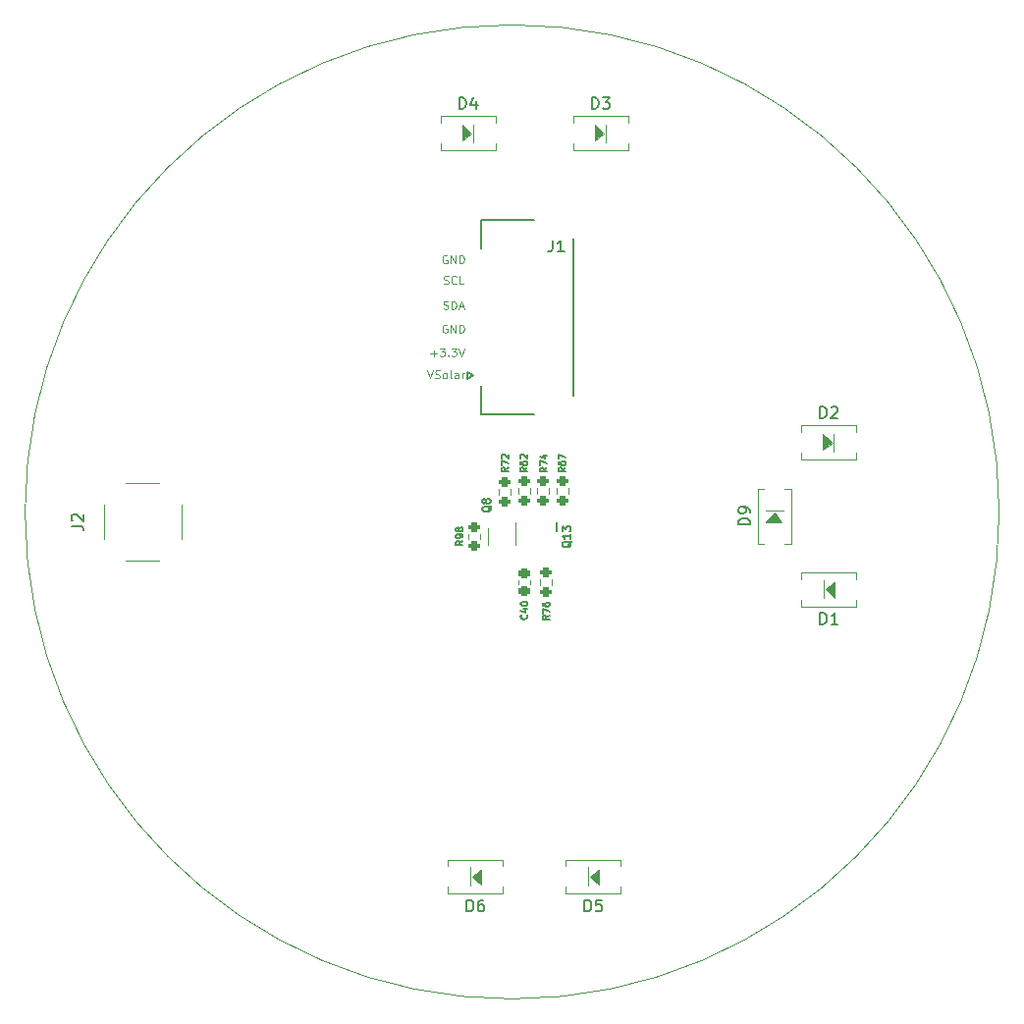
<source format=gto>
%TF.GenerationSoftware,KiCad,Pcbnew,(6.0.5)*%
%TF.CreationDate,2022-07-09T16:09:43-07:00*%
%TF.ProjectId,solar-panel-side-Z-minus,736f6c61-722d-4706-916e-656c2d736964,rev?*%
%TF.SameCoordinates,Original*%
%TF.FileFunction,Legend,Top*%
%TF.FilePolarity,Positive*%
%FSLAX46Y46*%
G04 Gerber Fmt 4.6, Leading zero omitted, Abs format (unit mm)*
G04 Created by KiCad (PCBNEW (6.0.5)) date 2022-07-09 16:09:43*
%MOMM*%
%LPD*%
G01*
G04 APERTURE LIST*
G04 Aperture macros list*
%AMRoundRect*
0 Rectangle with rounded corners*
0 $1 Rounding radius*
0 $2 $3 $4 $5 $6 $7 $8 $9 X,Y pos of 4 corners*
0 Add a 4 corners polygon primitive as box body*
4,1,4,$2,$3,$4,$5,$6,$7,$8,$9,$2,$3,0*
0 Add four circle primitives for the rounded corners*
1,1,$1+$1,$2,$3*
1,1,$1+$1,$4,$5*
1,1,$1+$1,$6,$7*
1,1,$1+$1,$8,$9*
0 Add four rect primitives between the rounded corners*
20,1,$1+$1,$2,$3,$4,$5,0*
20,1,$1+$1,$4,$5,$6,$7,0*
20,1,$1+$1,$6,$7,$8,$9,0*
20,1,$1+$1,$8,$9,$2,$3,0*%
G04 Aperture macros list end*
%ADD10C,0.120000*%
%ADD11C,0.100000*%
%ADD12C,0.150000*%
%ADD13C,0.127000*%
%ADD14C,0.200000*%
%ADD15C,0.010000*%
%ADD16R,2.500000X1.700000*%
%ADD17R,1.700000X2.500000*%
%ADD18C,2.050000*%
%ADD19C,2.250000*%
%ADD20C,2.600000*%
%ADD21C,3.800000*%
%ADD22RoundRect,0.200000X0.275000X-0.200000X0.275000X0.200000X-0.275000X0.200000X-0.275000X-0.200000X0*%
%ADD23RoundRect,0.200000X-0.275000X0.200000X-0.275000X-0.200000X0.275000X-0.200000X0.275000X0.200000X0*%
%ADD24R,0.400000X0.600000*%
%ADD25RoundRect,0.225000X-0.250000X0.225000X-0.250000X-0.225000X0.250000X-0.225000X0.250000X0.225000X0*%
%ADD26R,0.400000X0.650000*%
%ADD27C,3.000000*%
G04 APERTURE END LIST*
D10*
X189950000Y-94894000D02*
G75*
G03*
X189950000Y-94894000I-42000000J0D01*
G01*
D11*
X142341666Y-72802000D02*
X142275000Y-72768666D01*
X142175000Y-72768666D01*
X142075000Y-72802000D01*
X142008333Y-72868666D01*
X141975000Y-72935333D01*
X141941666Y-73068666D01*
X141941666Y-73168666D01*
X141975000Y-73302000D01*
X142008333Y-73368666D01*
X142075000Y-73435333D01*
X142175000Y-73468666D01*
X142241666Y-73468666D01*
X142341666Y-73435333D01*
X142375000Y-73402000D01*
X142375000Y-73168666D01*
X142241666Y-73168666D01*
X142675000Y-73468666D02*
X142675000Y-72768666D01*
X143075000Y-73468666D01*
X143075000Y-72768666D01*
X143408333Y-73468666D02*
X143408333Y-72768666D01*
X143575000Y-72768666D01*
X143675000Y-72802000D01*
X143741666Y-72868666D01*
X143775000Y-72935333D01*
X143808333Y-73068666D01*
X143808333Y-73168666D01*
X143775000Y-73302000D01*
X143741666Y-73368666D01*
X143675000Y-73435333D01*
X143575000Y-73468666D01*
X143408333Y-73468666D01*
X142041666Y-75213333D02*
X142141666Y-75246666D01*
X142308333Y-75246666D01*
X142375000Y-75213333D01*
X142408333Y-75180000D01*
X142441666Y-75113333D01*
X142441666Y-75046666D01*
X142408333Y-74980000D01*
X142375000Y-74946666D01*
X142308333Y-74913333D01*
X142175000Y-74880000D01*
X142108333Y-74846666D01*
X142075000Y-74813333D01*
X142041666Y-74746666D01*
X142041666Y-74680000D01*
X142075000Y-74613333D01*
X142108333Y-74580000D01*
X142175000Y-74546666D01*
X142341666Y-74546666D01*
X142441666Y-74580000D01*
X143141666Y-75180000D02*
X143108333Y-75213333D01*
X143008333Y-75246666D01*
X142941666Y-75246666D01*
X142841666Y-75213333D01*
X142775000Y-75146666D01*
X142741666Y-75080000D01*
X142708333Y-74946666D01*
X142708333Y-74846666D01*
X142741666Y-74713333D01*
X142775000Y-74646666D01*
X142841666Y-74580000D01*
X142941666Y-74546666D01*
X143008333Y-74546666D01*
X143108333Y-74580000D01*
X143141666Y-74613333D01*
X143775000Y-75246666D02*
X143441666Y-75246666D01*
X143441666Y-74546666D01*
X142025000Y-77372333D02*
X142125000Y-77405666D01*
X142291666Y-77405666D01*
X142358333Y-77372333D01*
X142391666Y-77339000D01*
X142425000Y-77272333D01*
X142425000Y-77205666D01*
X142391666Y-77139000D01*
X142358333Y-77105666D01*
X142291666Y-77072333D01*
X142158333Y-77039000D01*
X142091666Y-77005666D01*
X142058333Y-76972333D01*
X142025000Y-76905666D01*
X142025000Y-76839000D01*
X142058333Y-76772333D01*
X142091666Y-76739000D01*
X142158333Y-76705666D01*
X142325000Y-76705666D01*
X142425000Y-76739000D01*
X142725000Y-77405666D02*
X142725000Y-76705666D01*
X142891666Y-76705666D01*
X142991666Y-76739000D01*
X143058333Y-76805666D01*
X143091666Y-76872333D01*
X143125000Y-77005666D01*
X143125000Y-77105666D01*
X143091666Y-77239000D01*
X143058333Y-77305666D01*
X142991666Y-77372333D01*
X142891666Y-77405666D01*
X142725000Y-77405666D01*
X143391666Y-77205666D02*
X143725000Y-77205666D01*
X143325000Y-77405666D02*
X143558333Y-76705666D01*
X143791666Y-77405666D01*
X142341666Y-78771000D02*
X142275000Y-78737666D01*
X142175000Y-78737666D01*
X142075000Y-78771000D01*
X142008333Y-78837666D01*
X141975000Y-78904333D01*
X141941666Y-79037666D01*
X141941666Y-79137666D01*
X141975000Y-79271000D01*
X142008333Y-79337666D01*
X142075000Y-79404333D01*
X142175000Y-79437666D01*
X142241666Y-79437666D01*
X142341666Y-79404333D01*
X142375000Y-79371000D01*
X142375000Y-79137666D01*
X142241666Y-79137666D01*
X142675000Y-79437666D02*
X142675000Y-78737666D01*
X143075000Y-79437666D01*
X143075000Y-78737666D01*
X143408333Y-79437666D02*
X143408333Y-78737666D01*
X143575000Y-78737666D01*
X143675000Y-78771000D01*
X143741666Y-78837666D01*
X143775000Y-78904333D01*
X143808333Y-79037666D01*
X143808333Y-79137666D01*
X143775000Y-79271000D01*
X143741666Y-79337666D01*
X143675000Y-79404333D01*
X143575000Y-79437666D01*
X143408333Y-79437666D01*
X140640000Y-82674666D02*
X140873333Y-83374666D01*
X141106666Y-82674666D01*
X141306666Y-83341333D02*
X141406666Y-83374666D01*
X141573333Y-83374666D01*
X141640000Y-83341333D01*
X141673333Y-83308000D01*
X141706666Y-83241333D01*
X141706666Y-83174666D01*
X141673333Y-83108000D01*
X141640000Y-83074666D01*
X141573333Y-83041333D01*
X141440000Y-83008000D01*
X141373333Y-82974666D01*
X141340000Y-82941333D01*
X141306666Y-82874666D01*
X141306666Y-82808000D01*
X141340000Y-82741333D01*
X141373333Y-82708000D01*
X141440000Y-82674666D01*
X141606666Y-82674666D01*
X141706666Y-82708000D01*
X142106666Y-83374666D02*
X142040000Y-83341333D01*
X142006666Y-83308000D01*
X141973333Y-83241333D01*
X141973333Y-83041333D01*
X142006666Y-82974666D01*
X142040000Y-82941333D01*
X142106666Y-82908000D01*
X142206666Y-82908000D01*
X142273333Y-82941333D01*
X142306666Y-82974666D01*
X142340000Y-83041333D01*
X142340000Y-83241333D01*
X142306666Y-83308000D01*
X142273333Y-83341333D01*
X142206666Y-83374666D01*
X142106666Y-83374666D01*
X142740000Y-83374666D02*
X142673333Y-83341333D01*
X142640000Y-83274666D01*
X142640000Y-82674666D01*
X143306666Y-83374666D02*
X143306666Y-83008000D01*
X143273333Y-82941333D01*
X143206666Y-82908000D01*
X143073333Y-82908000D01*
X143006666Y-82941333D01*
X143306666Y-83341333D02*
X143240000Y-83374666D01*
X143073333Y-83374666D01*
X143006666Y-83341333D01*
X142973333Y-83274666D01*
X142973333Y-83208000D01*
X143006666Y-83141333D01*
X143073333Y-83108000D01*
X143240000Y-83108000D01*
X143306666Y-83074666D01*
X143640000Y-83374666D02*
X143640000Y-82908000D01*
X143640000Y-83041333D02*
X143673333Y-82974666D01*
X143706666Y-82941333D01*
X143773333Y-82908000D01*
X143840000Y-82908000D01*
X140903500Y-81203000D02*
X141436833Y-81203000D01*
X141170166Y-81469666D02*
X141170166Y-80936333D01*
X141703500Y-80769666D02*
X142136833Y-80769666D01*
X141903500Y-81036333D01*
X142003500Y-81036333D01*
X142070166Y-81069666D01*
X142103500Y-81103000D01*
X142136833Y-81169666D01*
X142136833Y-81336333D01*
X142103500Y-81403000D01*
X142070166Y-81436333D01*
X142003500Y-81469666D01*
X141803500Y-81469666D01*
X141736833Y-81436333D01*
X141703500Y-81403000D01*
X142436833Y-81403000D02*
X142470166Y-81436333D01*
X142436833Y-81469666D01*
X142403500Y-81436333D01*
X142436833Y-81403000D01*
X142436833Y-81469666D01*
X142703500Y-80769666D02*
X143136833Y-80769666D01*
X142903500Y-81036333D01*
X143003500Y-81036333D01*
X143070166Y-81069666D01*
X143103500Y-81103000D01*
X143136833Y-81169666D01*
X143136833Y-81336333D01*
X143103500Y-81403000D01*
X143070166Y-81436333D01*
X143003500Y-81469666D01*
X142803500Y-81469666D01*
X142736833Y-81436333D01*
X142703500Y-81403000D01*
X143336833Y-80769666D02*
X143570166Y-81469666D01*
X143803500Y-80769666D01*
D12*
X151431666Y-71461380D02*
X151431666Y-72175666D01*
X151384047Y-72318523D01*
X151288809Y-72413761D01*
X151145952Y-72461380D01*
X151050714Y-72461380D01*
X152431666Y-72461380D02*
X151860238Y-72461380D01*
X152145952Y-72461380D02*
X152145952Y-71461380D01*
X152050714Y-71604238D01*
X151955476Y-71699476D01*
X151860238Y-71747095D01*
X174521904Y-104592380D02*
X174521904Y-103592380D01*
X174760000Y-103592380D01*
X174902857Y-103640000D01*
X174998095Y-103735238D01*
X175045714Y-103830476D01*
X175093333Y-104020952D01*
X175093333Y-104163809D01*
X175045714Y-104354285D01*
X174998095Y-104449523D01*
X174902857Y-104544761D01*
X174760000Y-104592380D01*
X174521904Y-104592380D01*
X176045714Y-104592380D02*
X175474285Y-104592380D01*
X175760000Y-104592380D02*
X175760000Y-103592380D01*
X175664761Y-103735238D01*
X175569523Y-103830476D01*
X175474285Y-103878095D01*
X154836904Y-60142380D02*
X154836904Y-59142380D01*
X155075000Y-59142380D01*
X155217857Y-59190000D01*
X155313095Y-59285238D01*
X155360714Y-59380476D01*
X155408333Y-59570952D01*
X155408333Y-59713809D01*
X155360714Y-59904285D01*
X155313095Y-59999523D01*
X155217857Y-60094761D01*
X155075000Y-60142380D01*
X154836904Y-60142380D01*
X155741666Y-59142380D02*
X156360714Y-59142380D01*
X156027380Y-59523333D01*
X156170238Y-59523333D01*
X156265476Y-59570952D01*
X156313095Y-59618571D01*
X156360714Y-59713809D01*
X156360714Y-59951904D01*
X156313095Y-60047142D01*
X156265476Y-60094761D01*
X156170238Y-60142380D01*
X155884523Y-60142380D01*
X155789285Y-60094761D01*
X155741666Y-60047142D01*
X168473380Y-95988095D02*
X167473380Y-95988095D01*
X167473380Y-95750000D01*
X167521000Y-95607142D01*
X167616238Y-95511904D01*
X167711476Y-95464285D01*
X167901952Y-95416666D01*
X168044809Y-95416666D01*
X168235285Y-95464285D01*
X168330523Y-95511904D01*
X168425761Y-95607142D01*
X168473380Y-95750000D01*
X168473380Y-95988095D01*
X168473380Y-94940476D02*
X168473380Y-94750000D01*
X168425761Y-94654761D01*
X168378142Y-94607142D01*
X168235285Y-94511904D01*
X168044809Y-94464285D01*
X167663857Y-94464285D01*
X167568619Y-94511904D01*
X167521000Y-94559523D01*
X167473380Y-94654761D01*
X167473380Y-94845238D01*
X167521000Y-94940476D01*
X167568619Y-94988095D01*
X167663857Y-95035714D01*
X167901952Y-95035714D01*
X167997190Y-94988095D01*
X168044809Y-94940476D01*
X168092428Y-94845238D01*
X168092428Y-94654761D01*
X168044809Y-94559523D01*
X167997190Y-94511904D01*
X167901952Y-94464285D01*
X109942380Y-96091333D02*
X110656666Y-96091333D01*
X110799523Y-96138952D01*
X110894761Y-96234190D01*
X110942380Y-96377047D01*
X110942380Y-96472285D01*
X110037619Y-95662761D02*
X109990000Y-95615142D01*
X109942380Y-95519904D01*
X109942380Y-95281809D01*
X109990000Y-95186571D01*
X110037619Y-95138952D01*
X110132857Y-95091333D01*
X110228095Y-95091333D01*
X110370952Y-95138952D01*
X110942380Y-95710380D01*
X110942380Y-95091333D01*
X144041904Y-129357380D02*
X144041904Y-128357380D01*
X144280000Y-128357380D01*
X144422857Y-128405000D01*
X144518095Y-128500238D01*
X144565714Y-128595476D01*
X144613333Y-128785952D01*
X144613333Y-128928809D01*
X144565714Y-129119285D01*
X144518095Y-129214523D01*
X144422857Y-129309761D01*
X144280000Y-129357380D01*
X144041904Y-129357380D01*
X145470476Y-128357380D02*
X145280000Y-128357380D01*
X145184761Y-128405000D01*
X145137142Y-128452619D01*
X145041904Y-128595476D01*
X144994285Y-128785952D01*
X144994285Y-129166904D01*
X145041904Y-129262142D01*
X145089523Y-129309761D01*
X145184761Y-129357380D01*
X145375238Y-129357380D01*
X145470476Y-129309761D01*
X145518095Y-129262142D01*
X145565714Y-129166904D01*
X145565714Y-128928809D01*
X145518095Y-128833571D01*
X145470476Y-128785952D01*
X145375238Y-128738333D01*
X145184761Y-128738333D01*
X145089523Y-128785952D01*
X145041904Y-128833571D01*
X144994285Y-128928809D01*
X174521904Y-86812380D02*
X174521904Y-85812380D01*
X174760000Y-85812380D01*
X174902857Y-85860000D01*
X174998095Y-85955238D01*
X175045714Y-86050476D01*
X175093333Y-86240952D01*
X175093333Y-86383809D01*
X175045714Y-86574285D01*
X174998095Y-86669523D01*
X174902857Y-86764761D01*
X174760000Y-86812380D01*
X174521904Y-86812380D01*
X175474285Y-85907619D02*
X175521904Y-85860000D01*
X175617142Y-85812380D01*
X175855238Y-85812380D01*
X175950476Y-85860000D01*
X175998095Y-85907619D01*
X176045714Y-86002857D01*
X176045714Y-86098095D01*
X175998095Y-86240952D01*
X175426666Y-86812380D01*
X176045714Y-86812380D01*
X154201904Y-129357380D02*
X154201904Y-128357380D01*
X154440000Y-128357380D01*
X154582857Y-128405000D01*
X154678095Y-128500238D01*
X154725714Y-128595476D01*
X154773333Y-128785952D01*
X154773333Y-128928809D01*
X154725714Y-129119285D01*
X154678095Y-129214523D01*
X154582857Y-129309761D01*
X154440000Y-129357380D01*
X154201904Y-129357380D01*
X155678095Y-128357380D02*
X155201904Y-128357380D01*
X155154285Y-128833571D01*
X155201904Y-128785952D01*
X155297142Y-128738333D01*
X155535238Y-128738333D01*
X155630476Y-128785952D01*
X155678095Y-128833571D01*
X155725714Y-128928809D01*
X155725714Y-129166904D01*
X155678095Y-129262142D01*
X155630476Y-129309761D01*
X155535238Y-129357380D01*
X155297142Y-129357380D01*
X155201904Y-129309761D01*
X155154285Y-129262142D01*
X143406904Y-60142380D02*
X143406904Y-59142380D01*
X143645000Y-59142380D01*
X143787857Y-59190000D01*
X143883095Y-59285238D01*
X143930714Y-59380476D01*
X143978333Y-59570952D01*
X143978333Y-59713809D01*
X143930714Y-59904285D01*
X143883095Y-59999523D01*
X143787857Y-60094761D01*
X143645000Y-60142380D01*
X143406904Y-60142380D01*
X144835476Y-59475714D02*
X144835476Y-60142380D01*
X144597380Y-59094761D02*
X144359285Y-59809047D01*
X144978333Y-59809047D01*
X151172828Y-103839914D02*
X150887114Y-104039914D01*
X151172828Y-104182771D02*
X150572828Y-104182771D01*
X150572828Y-103954200D01*
X150601400Y-103897057D01*
X150629971Y-103868485D01*
X150687114Y-103839914D01*
X150772828Y-103839914D01*
X150829971Y-103868485D01*
X150858542Y-103897057D01*
X150887114Y-103954200D01*
X150887114Y-104182771D01*
X150572828Y-103639914D02*
X150572828Y-103239914D01*
X151172828Y-103497057D01*
X150572828Y-102754200D02*
X150572828Y-102868485D01*
X150601400Y-102925628D01*
X150629971Y-102954200D01*
X150715685Y-103011342D01*
X150829971Y-103039914D01*
X151058542Y-103039914D01*
X151115685Y-103011342D01*
X151144257Y-102982771D01*
X151172828Y-102925628D01*
X151172828Y-102811342D01*
X151144257Y-102754200D01*
X151115685Y-102725628D01*
X151058542Y-102697057D01*
X150915685Y-102697057D01*
X150858542Y-102725628D01*
X150829971Y-102754200D01*
X150801400Y-102811342D01*
X150801400Y-102925628D01*
X150829971Y-102982771D01*
X150858542Y-103011342D01*
X150915685Y-103039914D01*
X152544428Y-91089114D02*
X152258714Y-91289114D01*
X152544428Y-91431971D02*
X151944428Y-91431971D01*
X151944428Y-91203400D01*
X151973000Y-91146257D01*
X152001571Y-91117685D01*
X152058714Y-91089114D01*
X152144428Y-91089114D01*
X152201571Y-91117685D01*
X152230142Y-91146257D01*
X152258714Y-91203400D01*
X152258714Y-91431971D01*
X151944428Y-90574828D02*
X151944428Y-90689114D01*
X151973000Y-90746257D01*
X152001571Y-90774828D01*
X152087285Y-90831971D01*
X152201571Y-90860542D01*
X152430142Y-90860542D01*
X152487285Y-90831971D01*
X152515857Y-90803400D01*
X152544428Y-90746257D01*
X152544428Y-90631971D01*
X152515857Y-90574828D01*
X152487285Y-90546257D01*
X152430142Y-90517685D01*
X152287285Y-90517685D01*
X152230142Y-90546257D01*
X152201571Y-90574828D01*
X152173000Y-90631971D01*
X152173000Y-90746257D01*
X152201571Y-90803400D01*
X152230142Y-90831971D01*
X152287285Y-90860542D01*
X151944428Y-90317685D02*
X151944428Y-89917685D01*
X152544428Y-90174828D01*
X147616828Y-91089114D02*
X147331114Y-91289114D01*
X147616828Y-91431971D02*
X147016828Y-91431971D01*
X147016828Y-91203400D01*
X147045400Y-91146257D01*
X147073971Y-91117685D01*
X147131114Y-91089114D01*
X147216828Y-91089114D01*
X147273971Y-91117685D01*
X147302542Y-91146257D01*
X147331114Y-91203400D01*
X147331114Y-91431971D01*
X147016828Y-90889114D02*
X147016828Y-90489114D01*
X147616828Y-90746257D01*
X147073971Y-90289114D02*
X147045400Y-90260542D01*
X147016828Y-90203400D01*
X147016828Y-90060542D01*
X147045400Y-90003400D01*
X147073971Y-89974828D01*
X147131114Y-89946257D01*
X147188257Y-89946257D01*
X147273971Y-89974828D01*
X147616828Y-90317685D01*
X147616828Y-89946257D01*
D13*
X153065333Y-97428000D02*
X153032000Y-97494666D01*
X152965333Y-97561333D01*
X152865333Y-97661333D01*
X152832000Y-97728000D01*
X152832000Y-97794666D01*
X152998666Y-97761333D02*
X152965333Y-97828000D01*
X152898666Y-97894666D01*
X152765333Y-97928000D01*
X152532000Y-97928000D01*
X152398666Y-97894666D01*
X152332000Y-97828000D01*
X152298666Y-97761333D01*
X152298666Y-97628000D01*
X152332000Y-97561333D01*
X152398666Y-97494666D01*
X152532000Y-97461333D01*
X152765333Y-97461333D01*
X152898666Y-97494666D01*
X152965333Y-97561333D01*
X152998666Y-97628000D01*
X152998666Y-97761333D01*
X152998666Y-96794666D02*
X152998666Y-97194666D01*
X152998666Y-96994666D02*
X152298666Y-96994666D01*
X152398666Y-97061333D01*
X152465333Y-97128000D01*
X152498666Y-97194666D01*
X152298666Y-96561333D02*
X152298666Y-96128000D01*
X152565333Y-96361333D01*
X152565333Y-96261333D01*
X152598666Y-96194666D01*
X152632000Y-96161333D01*
X152698666Y-96128000D01*
X152865333Y-96128000D01*
X152932000Y-96161333D01*
X152965333Y-96194666D01*
X152998666Y-96261333D01*
X152998666Y-96461333D01*
X152965333Y-96528000D01*
X152932000Y-96561333D01*
D12*
X143705228Y-97388314D02*
X143419514Y-97588314D01*
X143705228Y-97731171D02*
X143105228Y-97731171D01*
X143105228Y-97502600D01*
X143133800Y-97445457D01*
X143162371Y-97416885D01*
X143219514Y-97388314D01*
X143305228Y-97388314D01*
X143362371Y-97416885D01*
X143390942Y-97445457D01*
X143419514Y-97502600D01*
X143419514Y-97731171D01*
X143705228Y-97102600D02*
X143705228Y-96988314D01*
X143676657Y-96931171D01*
X143648085Y-96902600D01*
X143562371Y-96845457D01*
X143448085Y-96816885D01*
X143219514Y-96816885D01*
X143162371Y-96845457D01*
X143133800Y-96874028D01*
X143105228Y-96931171D01*
X143105228Y-97045457D01*
X143133800Y-97102600D01*
X143162371Y-97131171D01*
X143219514Y-97159742D01*
X143362371Y-97159742D01*
X143419514Y-97131171D01*
X143448085Y-97102600D01*
X143476657Y-97045457D01*
X143476657Y-96931171D01*
X143448085Y-96874028D01*
X143419514Y-96845457D01*
X143362371Y-96816885D01*
X143362371Y-96474028D02*
X143333800Y-96531171D01*
X143305228Y-96559742D01*
X143248085Y-96588314D01*
X143219514Y-96588314D01*
X143162371Y-96559742D01*
X143133800Y-96531171D01*
X143105228Y-96474028D01*
X143105228Y-96359742D01*
X143133800Y-96302600D01*
X143162371Y-96274028D01*
X143219514Y-96245457D01*
X143248085Y-96245457D01*
X143305228Y-96274028D01*
X143333800Y-96302600D01*
X143362371Y-96359742D01*
X143362371Y-96474028D01*
X143390942Y-96531171D01*
X143419514Y-96559742D01*
X143476657Y-96588314D01*
X143590942Y-96588314D01*
X143648085Y-96559742D01*
X143676657Y-96531171D01*
X143705228Y-96474028D01*
X143705228Y-96359742D01*
X143676657Y-96302600D01*
X143648085Y-96274028D01*
X143590942Y-96245457D01*
X143476657Y-96245457D01*
X143419514Y-96274028D01*
X143390942Y-96302600D01*
X143362371Y-96359742D01*
X149242428Y-91089114D02*
X148956714Y-91289114D01*
X149242428Y-91431971D02*
X148642428Y-91431971D01*
X148642428Y-91203400D01*
X148671000Y-91146257D01*
X148699571Y-91117685D01*
X148756714Y-91089114D01*
X148842428Y-91089114D01*
X148899571Y-91117685D01*
X148928142Y-91146257D01*
X148956714Y-91203400D01*
X148956714Y-91431971D01*
X148642428Y-90574828D02*
X148642428Y-90689114D01*
X148671000Y-90746257D01*
X148699571Y-90774828D01*
X148785285Y-90831971D01*
X148899571Y-90860542D01*
X149128142Y-90860542D01*
X149185285Y-90831971D01*
X149213857Y-90803400D01*
X149242428Y-90746257D01*
X149242428Y-90631971D01*
X149213857Y-90574828D01*
X149185285Y-90546257D01*
X149128142Y-90517685D01*
X148985285Y-90517685D01*
X148928142Y-90546257D01*
X148899571Y-90574828D01*
X148871000Y-90631971D01*
X148871000Y-90746257D01*
X148899571Y-90803400D01*
X148928142Y-90831971D01*
X148985285Y-90860542D01*
X148699571Y-90289114D02*
X148671000Y-90260542D01*
X148642428Y-90203400D01*
X148642428Y-90060542D01*
X148671000Y-90003400D01*
X148699571Y-89974828D01*
X148756714Y-89946257D01*
X148813857Y-89946257D01*
X148899571Y-89974828D01*
X149242428Y-90317685D01*
X149242428Y-89946257D01*
X150969628Y-91089114D02*
X150683914Y-91289114D01*
X150969628Y-91431971D02*
X150369628Y-91431971D01*
X150369628Y-91203400D01*
X150398200Y-91146257D01*
X150426771Y-91117685D01*
X150483914Y-91089114D01*
X150569628Y-91089114D01*
X150626771Y-91117685D01*
X150655342Y-91146257D01*
X150683914Y-91203400D01*
X150683914Y-91431971D01*
X150369628Y-90889114D02*
X150369628Y-90489114D01*
X150969628Y-90746257D01*
X150569628Y-90003400D02*
X150969628Y-90003400D01*
X150341057Y-90146257D02*
X150769628Y-90289114D01*
X150769628Y-89917685D01*
X149236085Y-103789114D02*
X149264657Y-103817685D01*
X149293228Y-103903400D01*
X149293228Y-103960542D01*
X149264657Y-104046257D01*
X149207514Y-104103400D01*
X149150371Y-104131971D01*
X149036085Y-104160542D01*
X148950371Y-104160542D01*
X148836085Y-104131971D01*
X148778942Y-104103400D01*
X148721800Y-104046257D01*
X148693228Y-103960542D01*
X148693228Y-103903400D01*
X148721800Y-103817685D01*
X148750371Y-103789114D01*
X148893228Y-103274828D02*
X149293228Y-103274828D01*
X148664657Y-103417685D02*
X149093228Y-103560542D01*
X149093228Y-103189114D01*
X148693228Y-102846257D02*
X148693228Y-102789114D01*
X148721800Y-102731971D01*
X148750371Y-102703400D01*
X148807514Y-102674828D01*
X148921800Y-102646257D01*
X149064657Y-102646257D01*
X149178942Y-102674828D01*
X149236085Y-102703400D01*
X149264657Y-102731971D01*
X149293228Y-102789114D01*
X149293228Y-102846257D01*
X149264657Y-102903400D01*
X149236085Y-102931971D01*
X149178942Y-102960542D01*
X149064657Y-102989114D01*
X148921800Y-102989114D01*
X148807514Y-102960542D01*
X148750371Y-102931971D01*
X148721800Y-102903400D01*
X148693228Y-102846257D01*
X146153933Y-94376866D02*
X146120600Y-94443533D01*
X146053933Y-94510200D01*
X145953933Y-94610200D01*
X145920600Y-94676866D01*
X145920600Y-94743533D01*
X146087266Y-94710200D02*
X146053933Y-94776866D01*
X145987266Y-94843533D01*
X145853933Y-94876866D01*
X145620600Y-94876866D01*
X145487266Y-94843533D01*
X145420600Y-94776866D01*
X145387266Y-94710200D01*
X145387266Y-94576866D01*
X145420600Y-94510200D01*
X145487266Y-94443533D01*
X145620600Y-94410200D01*
X145853933Y-94410200D01*
X145987266Y-94443533D01*
X146053933Y-94510200D01*
X146087266Y-94576866D01*
X146087266Y-94710200D01*
X145687266Y-94010200D02*
X145653933Y-94076866D01*
X145620600Y-94110200D01*
X145553933Y-94143533D01*
X145520600Y-94143533D01*
X145453933Y-94110200D01*
X145420600Y-94076866D01*
X145387266Y-94010200D01*
X145387266Y-93876866D01*
X145420600Y-93810200D01*
X145453933Y-93776866D01*
X145520600Y-93743533D01*
X145553933Y-93743533D01*
X145620600Y-93776866D01*
X145653933Y-93810200D01*
X145687266Y-93876866D01*
X145687266Y-94010200D01*
X145720600Y-94076866D01*
X145753933Y-94110200D01*
X145820600Y-94143533D01*
X145953933Y-94143533D01*
X146020600Y-94110200D01*
X146053933Y-94076866D01*
X146087266Y-94010200D01*
X146087266Y-93876866D01*
X146053933Y-93810200D01*
X146020600Y-93776866D01*
X145953933Y-93743533D01*
X145820600Y-93743533D01*
X145753933Y-93776866D01*
X145720600Y-93810200D01*
X145687266Y-93876866D01*
D13*
X145250000Y-86480000D02*
X145250000Y-84005000D01*
X144105000Y-82805000D02*
X144605000Y-83105000D01*
X144605000Y-83105000D02*
X144105000Y-83405000D01*
X153200000Y-84905000D02*
X153200000Y-71305000D01*
X149875000Y-86480000D02*
X145250000Y-86480000D01*
X144105000Y-83405000D02*
X144105000Y-82805000D01*
X145250000Y-69730000D02*
X149875000Y-69730000D01*
X145250000Y-72205000D02*
X145250000Y-69730000D01*
D10*
X172885000Y-103050000D02*
X177635000Y-103050000D01*
X174828200Y-100787200D02*
X174828200Y-102336600D01*
X172885000Y-100150000D02*
X177635000Y-100150000D01*
X177635000Y-103050000D02*
X177635000Y-100150000D01*
X172885000Y-103050000D02*
X172885000Y-100150000D01*
G36*
X175768000Y-102311200D02*
G01*
X174955200Y-101574600D01*
X175768000Y-100965000D01*
X175768000Y-102311200D01*
G37*
D11*
X175768000Y-102311200D02*
X174955200Y-101574600D01*
X175768000Y-100965000D01*
X175768000Y-102311200D01*
D10*
X157950000Y-60780000D02*
X153200000Y-60780000D01*
X156006800Y-63042800D02*
X156006800Y-61493400D01*
X157950000Y-63680000D02*
X153200000Y-63680000D01*
X153200000Y-60780000D02*
X153200000Y-63680000D01*
X157950000Y-60780000D02*
X157950000Y-63680000D01*
G36*
X155879800Y-62255400D02*
G01*
X155067000Y-62865000D01*
X155067000Y-61518800D01*
X155879800Y-62255400D01*
G37*
D11*
X155879800Y-62255400D02*
X155067000Y-62865000D01*
X155067000Y-61518800D01*
X155879800Y-62255400D01*
D10*
X169111000Y-92875000D02*
X169111000Y-97625000D01*
X171373800Y-94818200D02*
X169824400Y-94818200D01*
X169111000Y-92875000D02*
X172011000Y-92875000D01*
X172011000Y-92875000D02*
X172011000Y-97625000D01*
X169111000Y-97625000D02*
X172011000Y-97625000D01*
G36*
X171196000Y-95758000D02*
G01*
X169849800Y-95758000D01*
X170586400Y-94945200D01*
X171196000Y-95758000D01*
G37*
D11*
X171196000Y-95758000D02*
X169849800Y-95758000D01*
X170586400Y-94945200D01*
X171196000Y-95758000D01*
D10*
X119433000Y-94308000D02*
X119433000Y-97208000D01*
X117528000Y-92403000D02*
X114628000Y-92403000D01*
X112723000Y-94308000D02*
X112723000Y-97208000D01*
X117528000Y-99113000D02*
X114628000Y-99113000D01*
X142405000Y-127815000D02*
X147155000Y-127815000D01*
X142405000Y-127815000D02*
X142405000Y-124915000D01*
X147155000Y-127815000D02*
X147155000Y-124915000D01*
X144348200Y-125552200D02*
X144348200Y-127101600D01*
X142405000Y-124915000D02*
X147155000Y-124915000D01*
G36*
X145288000Y-127076200D02*
G01*
X144475200Y-126339600D01*
X145288000Y-125730000D01*
X145288000Y-127076200D01*
G37*
D11*
X145288000Y-127076200D02*
X144475200Y-126339600D01*
X145288000Y-125730000D01*
X145288000Y-127076200D01*
D10*
X175691800Y-89712800D02*
X175691800Y-88163400D01*
X177635000Y-87450000D02*
X177635000Y-90350000D01*
X177635000Y-87450000D02*
X172885000Y-87450000D01*
X177635000Y-90350000D02*
X172885000Y-90350000D01*
X172885000Y-87450000D02*
X172885000Y-90350000D01*
G36*
X175564800Y-88925400D02*
G01*
X174752000Y-89535000D01*
X174752000Y-88188800D01*
X175564800Y-88925400D01*
G37*
D11*
X175564800Y-88925400D02*
X174752000Y-89535000D01*
X174752000Y-88188800D01*
X175564800Y-88925400D01*
D10*
X152565000Y-127815000D02*
X152565000Y-124915000D01*
X157315000Y-127815000D02*
X157315000Y-124915000D01*
X152565000Y-127815000D02*
X157315000Y-127815000D01*
X154508200Y-125552200D02*
X154508200Y-127101600D01*
X152565000Y-124915000D02*
X157315000Y-124915000D01*
G36*
X155448000Y-127076200D02*
G01*
X154635200Y-126339600D01*
X155448000Y-125730000D01*
X155448000Y-127076200D01*
G37*
D11*
X155448000Y-127076200D02*
X154635200Y-126339600D01*
X155448000Y-125730000D01*
X155448000Y-127076200D01*
D10*
X146520000Y-63680000D02*
X141770000Y-63680000D01*
X146520000Y-60780000D02*
X146520000Y-63680000D01*
X144576800Y-63042800D02*
X144576800Y-61493400D01*
X141770000Y-60780000D02*
X141770000Y-63680000D01*
X146520000Y-60780000D02*
X141770000Y-60780000D01*
G36*
X144449800Y-62255400D02*
G01*
X143637000Y-62865000D01*
X143637000Y-61518800D01*
X144449800Y-62255400D01*
G37*
D11*
X144449800Y-62255400D02*
X143637000Y-62865000D01*
X143637000Y-61518800D01*
X144449800Y-62255400D01*
D10*
X150353500Y-101202258D02*
X150353500Y-100727742D01*
X151398500Y-101202258D02*
X151398500Y-100727742D01*
X152795500Y-92853742D02*
X152795500Y-93328258D01*
X151750500Y-92853742D02*
X151750500Y-93328258D01*
X147842500Y-93391258D02*
X147842500Y-92916742D01*
X146797500Y-93391258D02*
X146797500Y-92916742D01*
D14*
X151822000Y-95788000D02*
X151822000Y-96528000D01*
D10*
X145175500Y-97265258D02*
X145175500Y-96790742D01*
X144130500Y-97265258D02*
X144130500Y-96790742D01*
X149493500Y-92853742D02*
X149493500Y-93328258D01*
X148448500Y-92853742D02*
X148448500Y-93328258D01*
X150099500Y-92853742D02*
X150099500Y-93328258D01*
X151144500Y-92853742D02*
X151144500Y-93328258D01*
X149481000Y-100824420D02*
X149481000Y-101105580D01*
X148461000Y-100824420D02*
X148461000Y-101105580D01*
X145906000Y-96328000D02*
X145906000Y-97728000D01*
X148226000Y-97728000D02*
X148226000Y-95828000D01*
%LPC*%
G36*
X146476200Y-77731200D02*
G01*
X144873800Y-77731200D01*
X144873800Y-76478800D01*
X146476200Y-76478800D01*
X146476200Y-77731200D01*
G37*
D15*
X146476200Y-77731200D02*
X144873800Y-77731200D01*
X144873800Y-76478800D01*
X146476200Y-76478800D01*
X146476200Y-77731200D01*
G36*
X153176200Y-70961200D02*
G01*
X150123800Y-70961200D01*
X150123800Y-69458800D01*
X153176200Y-69458800D01*
X153176200Y-70961200D01*
G37*
X153176200Y-70961200D02*
X150123800Y-70961200D01*
X150123800Y-69458800D01*
X153176200Y-69458800D01*
X153176200Y-70961200D01*
G36*
X153176200Y-86751200D02*
G01*
X150123800Y-86751200D01*
X150123800Y-85248800D01*
X153176200Y-85248800D01*
X153176200Y-86751200D01*
G37*
X153176200Y-86751200D02*
X150123800Y-86751200D01*
X150123800Y-85248800D01*
X153176200Y-85248800D01*
X153176200Y-86751200D01*
G36*
X146476200Y-79731200D02*
G01*
X144873800Y-79731200D01*
X144873800Y-78478800D01*
X146476200Y-78478800D01*
X146476200Y-79731200D01*
G37*
X146476200Y-79731200D02*
X144873800Y-79731200D01*
X144873800Y-78478800D01*
X146476200Y-78478800D01*
X146476200Y-79731200D01*
G36*
X146476200Y-83731200D02*
G01*
X144873800Y-83731200D01*
X144873800Y-82478800D01*
X146476200Y-82478800D01*
X146476200Y-83731200D01*
G37*
X146476200Y-83731200D02*
X144873800Y-83731200D01*
X144873800Y-82478800D01*
X146476200Y-82478800D01*
X146476200Y-83731200D01*
G36*
X146476200Y-73731200D02*
G01*
X144873800Y-73731200D01*
X144873800Y-72478800D01*
X146476200Y-72478800D01*
X146476200Y-73731200D01*
G37*
X146476200Y-73731200D02*
X144873800Y-73731200D01*
X144873800Y-72478800D01*
X146476200Y-72478800D01*
X146476200Y-73731200D01*
G36*
X146476200Y-81731200D02*
G01*
X144873800Y-81731200D01*
X144873800Y-80478800D01*
X146476200Y-80478800D01*
X146476200Y-81731200D01*
G37*
X146476200Y-81731200D02*
X144873800Y-81731200D01*
X144873800Y-80478800D01*
X146476200Y-80478800D01*
X146476200Y-81731200D01*
G36*
X146476200Y-75731200D02*
G01*
X144873800Y-75731200D01*
X144873800Y-74478800D01*
X146476200Y-74478800D01*
X146476200Y-75731200D01*
G37*
X146476200Y-75731200D02*
X144873800Y-75731200D01*
X144873800Y-74478800D01*
X146476200Y-74478800D01*
X146476200Y-75731200D01*
D16*
X173260000Y-101600000D03*
X177260000Y-101600000D03*
X157575000Y-62230000D03*
X153575000Y-62230000D03*
D17*
X170561000Y-93250000D03*
X170561000Y-97250000D03*
D18*
X116078000Y-95758000D03*
D19*
X118618000Y-98298000D03*
X113538000Y-93218000D03*
X118618000Y-93218000D03*
X113538000Y-98298000D03*
D16*
X142780000Y-126365000D03*
X146780000Y-126365000D03*
X177260000Y-88900000D03*
X173260000Y-88900000D03*
X152940000Y-126365000D03*
X156940000Y-126365000D03*
X146145000Y-62230000D03*
X142145000Y-62230000D03*
D20*
X120490000Y-137070000D03*
D21*
X120490000Y-137070000D03*
D20*
X177164000Y-52070000D03*
D21*
X177164000Y-52070000D03*
D20*
X177164000Y-137070000D03*
D21*
X177164000Y-137070000D03*
X120490000Y-52070000D03*
D20*
X120490000Y-52070000D03*
D22*
X150876000Y-101790000D03*
X150876000Y-100140000D03*
D23*
X152273000Y-92266000D03*
X152273000Y-93916000D03*
D22*
X147320000Y-93979000D03*
X147320000Y-92329000D03*
D24*
X151272000Y-96078000D03*
X150622000Y-96078000D03*
X149972000Y-96078000D03*
X149972000Y-97978000D03*
X150622000Y-97978000D03*
X151272000Y-97978000D03*
D22*
X144653000Y-97853000D03*
X144653000Y-96203000D03*
D23*
X148971000Y-92266000D03*
X148971000Y-93916000D03*
X150622000Y-92266000D03*
X150622000Y-93916000D03*
D25*
X148971000Y-100190000D03*
X148971000Y-101740000D03*
D26*
X147716000Y-96078000D03*
X147066000Y-96078000D03*
X146416000Y-96078000D03*
X146416000Y-97978000D03*
X147066000Y-97978000D03*
X147716000Y-97978000D03*
D27*
X133930000Y-138630000D03*
X142930000Y-138630000D03*
X188650000Y-64470000D03*
X179650000Y-64470000D03*
X142930000Y-50700000D03*
X133930000Y-50700000D03*
X156790000Y-138630000D03*
X165790000Y-138630000D03*
X165790000Y-50700000D03*
X156790000Y-50700000D03*
X179650000Y-126030000D03*
X188650000Y-126030000D03*
M02*

</source>
